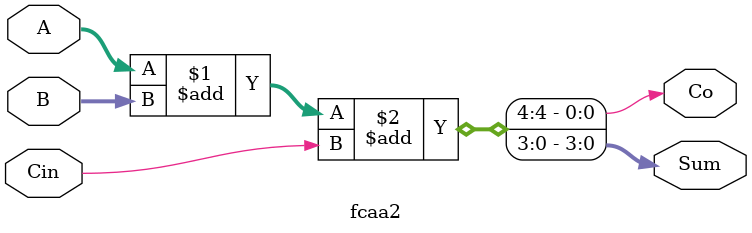
<source format=v>
module fcaa2(
input [3:0] A,
input [3:0] B,
input Cin,
output [3:0] Sum,
output Co
);
assign {Co, Sum} = A + B + Cin;
endmodule
</source>
